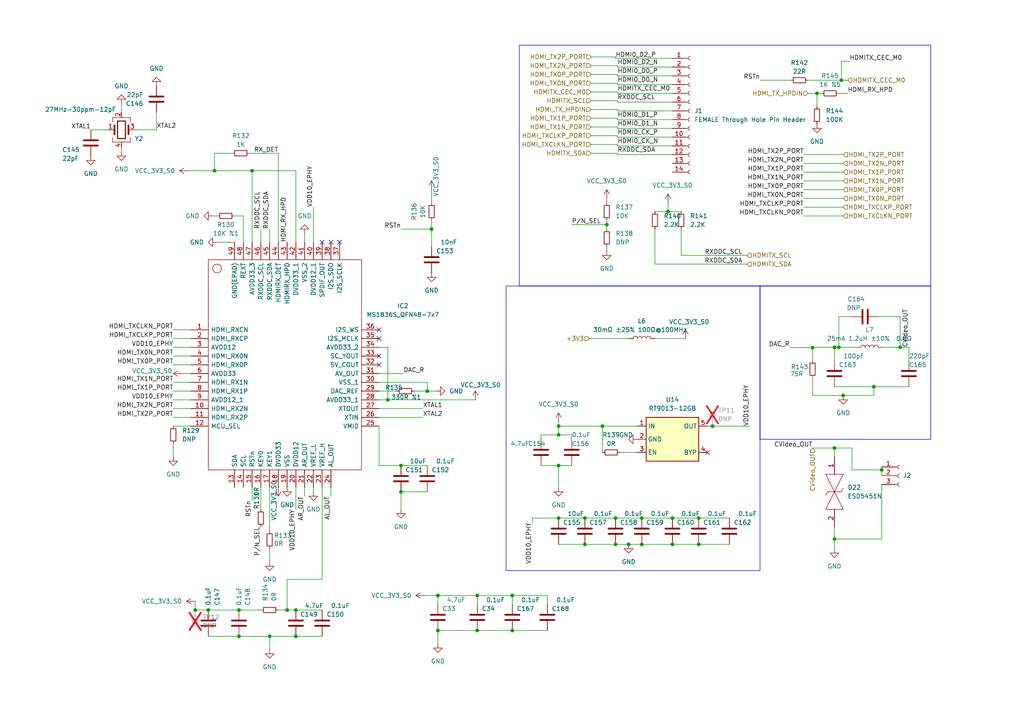
<source format=kicad_sch>
(kicad_sch (version 20231120) (generator "eeschema") (generator_version "8.0")
  (paper "A4")
  (junction (at 253.4574 112.1637))
  (junction (at 127 172.72))
  (junction (at 116.2974 142.6437))
  (junction (at 202.6574 157.8837))
  (junction (at 169.6374 150.2637))
  (junction (at 175.9874 65.1737))
  (junction (at 244.0487 23.2637))
  (junction (at 123.9174 113.4337))
  (junction (at 206.6461 123.5937))
  (junction (at 73.1174 49.53))
  (junction (at 261.0774 100.7337))
  (junction (at 195.0374 157.8837))
  (junction (at 148.59 172.72))
  (junction (at 235.6774 100.8488))
  (junction (at 186.1474 150.2637))
  (junction (at 125.1874 66.4437))
  (junction (at 178.5274 157.8837))
  (junction (at 202.6574 150.2637))
  (junction (at 138.43 172.72))
  (junction (at 148.59 182.88))
  (junction (at 60.4174 176.9337))
  (junction (at 138.43 182.88))
  (junction (at 178.5274 150.2637))
  (junction (at 242.0274 156.3403))
  (junction (at 255.7436 136.2937))
  (junction (at 186.1474 157.8837))
  (junction (at 83.2774 176.9337))
  (junction (at 127 182.88))
  (junction (at 162.0174 126.1337))
  (junction (at 85.8174 184.5537))
  (junction (at 169.6374 157.8837))
  (junction (at 69.3074 184.5537))
  (junction (at 162.0174 123.5937))
  (junction (at 244.5674 114.7037))
  (junction (at 242.0274 129.9437))
  (junction (at 243.2974 100.7337))
  (junction (at 78.1974 184.5537))
  (junction (at 112.4874 115.9737))
  (junction (at 236.9474 27.0737))
  (junction (at 162.0174 150.2637))
  (junction (at 56.6074 176.9337))
  (junction (at 242.0274 100.7337))
  (junction (at 62.23 49.53))
  (junction (at 193.7674 61.3637))
  (junction (at 162.0174 135.0237))
  (junction (at 174.7174 123.5937))
  (junction (at 85.8174 176.9337))
  (junction (at 116.2974 135.0237))
  (junction (at 69.3074 176.9337))
  (junction (at 182.3374 157.8837))
  (junction (at 195.0374 150.2637))
  (no_connect (at 109.9474 98.1937))
  (no_connect (at 98.5174 70.2537))
  (no_connect (at 205.1974 131.2137))
  (no_connect (at 109.9474 95.6537))
  (no_connect (at 109.9474 105.8137))
  (no_connect (at 109.9474 103.2737))
  (no_connect (at 95.9774 70.2537))
  (no_connect (at 93.4374 70.2537))
  (wire (pts (xy 169.6374 157.8837) (xy 178.5274 157.8837)))
  (wire (pts (xy 50.2574 118.5137) (xy 55.3374 118.5137)))
  (wire (pts (xy 195.0374 32.1537) (xy 179.07 32.1537)))
  (wire (pts (xy 138.43 182.88) (xy 127 182.88)))
  (wire (pts (xy 195.0374 29.6137) (xy 179.07 29.6137)))
  (wire (pts (xy 233.1374 57.5537) (xy 244.5674 57.5537)))
  (wire (pts (xy 148.59 172.72) (xy 138.43 172.72)))
  (wire (pts (xy 244.0487 23.2637) (xy 245.8374 23.2637)))
  (wire (pts (xy 169.6374 150.2637) (xy 178.5274 150.2637)))
  (wire (pts (xy 195.0374 42.3137) (xy 179.07 42.3137)))
  (wire (pts (xy 235.6774 114.7037) (xy 235.6774 109.6237)))
  (wire (pts (xy 122.6474 121.0537) (xy 109.9474 121.0537)))
  (wire (pts (xy 174.7174 123.5937) (xy 174.7174 131.2137)))
  (wire (pts (xy 158.75 175.26) (xy 158.75 172.72)))
  (wire (pts (xy 137.8874 115.9737) (xy 112.4874 115.9737)))
  (wire (pts (xy 61.6874 62.6337) (xy 62.9574 62.6337)))
  (wire (pts (xy 179.7974 131.2137) (xy 184.8774 131.2137)))
  (wire (pts (xy 175.9874 65.1737) (xy 175.9874 63.9037)))
  (wire (pts (xy 126.4574 113.4337) (xy 123.9174 113.4337)))
  (wire (pts (xy 120.1074 113.4337) (xy 123.9174 113.4337)))
  (wire (pts (xy 85.8174 176.9337) (xy 83.2774 176.9337)))
  (wire (pts (xy 156.9374 135.0237) (xy 162.0174 135.0237)))
  (wire (pts (xy 62.23 44.45) (xy 62.23 49.53)))
  (wire (pts (xy 39.045 37.6506) (xy 45.395 37.6506)))
  (wire (pts (xy 165.8274 65.1737) (xy 175.9874 65.1737)))
  (wire (pts (xy 179.07 21.9937) (xy 179.07 21.59)))
  (wire (pts (xy 75.6574 147.7237) (xy 75.6574 141.3737)))
  (wire (pts (xy 179.07 37.2337) (xy 179.07 36.83)))
  (wire (pts (xy 209.55 123.5971) (xy 209.55 123.5937)))
  (wire (pts (xy 148.59 182.88) (xy 138.43 182.88)))
  (wire (pts (xy 263.6174 100.7337) (xy 263.6174 104.5437)))
  (wire (pts (xy 109.9474 100.7337) (xy 112.4874 100.7337)))
  (wire (pts (xy 60.4174 176.9337) (xy 56.6074 176.9337)))
  (wire (pts (xy 88.3574 67.7137) (xy 88.3574 70.2537)))
  (wire (pts (xy 235.6774 129.9437) (xy 242.0274 129.9437)))
  (wire (pts (xy 50.2574 113.4337) (xy 55.3374 113.4337)))
  (wire (pts (xy 235.6774 104.5437) (xy 235.6774 100.8488)))
  (wire (pts (xy 195.0374 19.4537) (xy 179.07 19.4537)))
  (wire (pts (xy 83.2774 176.9337) (xy 80.7374 176.9337)))
  (wire (pts (xy 255.7436 136.2937) (xy 255.7436 137.9873)))
  (wire (pts (xy 193.7674 61.3637) (xy 197.5774 61.3637)))
  (wire (pts (xy 243.2974 91.8437) (xy 243.2974 100.7337)))
  (wire (pts (xy 195.0374 24.5337) (xy 179.07 24.5337)))
  (wire (pts (xy 202.6574 150.2637) (xy 211.5474 150.2637)))
  (wire (pts (xy 116.2974 142.6437) (xy 123.9174 142.6437)))
  (wire (pts (xy 69.3074 184.5537) (xy 78.1974 184.5537)))
  (wire (pts (xy 69.3074 176.9337) (xy 60.4174 176.9337)))
  (wire (pts (xy 244.5674 114.7037) (xy 253.4574 114.7037)))
  (wire (pts (xy 116.2974 147.7237) (xy 116.2974 142.6437)))
  (wire (pts (xy 156.9374 126.1337) (xy 162.0174 126.1337)))
  (wire (pts (xy 112.4874 115.9737) (xy 109.9474 115.9737)))
  (wire (pts (xy 138.43 172.72) (xy 127 172.72)))
  (wire (pts (xy 50.2574 95.6537) (xy 55.3374 95.6537)))
  (wire (pts (xy 70.5774 62.6337) (xy 68.0374 62.6337)))
  (wire (pts (xy 233.1374 49.9337) (xy 244.5674 49.9337)))
  (wire (pts (xy 247.1074 136.2937) (xy 247.1074 129.9437)))
  (wire (pts (xy 62.23 49.53) (xy 73.1174 49.53)))
  (wire (pts (xy 162.0174 126.1337) (xy 165.8274 126.1337)))
  (wire (pts (xy 193.7674 58.8237) (xy 193.7674 61.3637)))
  (wire (pts (xy 138.43 175.26) (xy 138.43 172.72)))
  (wire (pts (xy 233.1374 62.6337) (xy 244.5674 62.6337)))
  (wire (pts (xy 246.38 17.78) (xy 244.0487 17.78)))
  (wire (pts (xy 171.45 21.59) (xy 179.07 21.59)))
  (wire (pts (xy 50.2574 123.5937) (xy 55.3374 123.5937)))
  (wire (pts (xy 179.07 19.4537) (xy 179.07 19.05)))
  (wire (pts (xy 50.2574 100.7337) (xy 55.3374 100.7337)))
  (wire (pts (xy 165.8274 126.1337) (xy 165.8274 127.4037)))
  (wire (pts (xy 50.2574 121.0537) (xy 55.3374 121.0537)))
  (wire (pts (xy 45.395 32.5706) (xy 45.395 37.6506)))
  (wire (pts (xy 255.7436 140.5273) (xy 255.7436 156.3403)))
  (wire (pts (xy 123.9174 110.8937) (xy 123.9174 113.4337)))
  (wire (pts (xy 125.1874 71.5237) (xy 125.1874 66.4437)))
  (wire (pts (xy 255.9974 100.7337) (xy 261.0774 100.7337)))
  (wire (pts (xy 186.1474 150.2637) (xy 195.0374 150.2637)))
  (wire (pts (xy 85.8174 184.5537) (xy 93.4374 184.5537)))
  (wire (pts (xy 50.2574 115.9737) (xy 55.3374 115.9737)))
  (wire (pts (xy 195.0374 39.7737) (xy 179.07 39.7737)))
  (wire (pts (xy 75.6574 66.4437) (xy 75.6574 70.2537)))
  (wire (pts (xy 174.7174 123.5937) (xy 184.8774 123.5937)))
  (wire (pts (xy 243.2974 100.7337) (xy 242.0274 100.7337)))
  (wire (pts (xy 195.0374 21.9937) (xy 179.07 21.9937)))
  (wire (pts (xy 179.07 27.0737) (xy 179.07 26.67)))
  (wire (pts (xy 78.1974 66.4437) (xy 78.1974 70.2537)))
  (wire (pts (xy 112.4874 100.7337) (xy 112.4874 115.9737)))
  (wire (pts (xy 162.0174 157.8837) (xy 169.6374 157.8837)))
  (wire (pts (xy 261.0774 91.8437) (xy 254.7274 91.8437)))
  (wire (pts (xy 242.0274 152.8037) (xy 242.0274 156.3403)))
  (wire (pts (xy 35.235 30.0306) (xy 35.235 32.5706)))
  (wire (pts (xy 78.1974 159.1537) (xy 78.1974 162.9637)))
  (wire (pts (xy 171.45 19.05) (xy 179.07 19.05)))
  (wire (pts (xy 178.5274 157.8837) (xy 182.3374 157.8837)))
  (wire (pts (xy 122.6474 118.5137) (xy 109.9474 118.5137)))
  (wire (pts (xy 90.8974 60.0937) (xy 90.8974 70.2537)))
  (wire (pts (xy 255.7436 135.4473) (xy 255.7436 136.2937)))
  (wire (pts (xy 62.23 44.45) (xy 67.31 44.45)))
  (wire (pts (xy 195.0374 150.2637) (xy 202.6574 150.2637)))
  (wire (pts (xy 236.9474 27.0737) (xy 238.2174 27.0737)))
  (wire (pts (xy 154.3974 151.5337) (xy 154.3974 150.2637)))
  (wire (pts (xy 162.0174 122.3237) (xy 162.0174 123.5937)))
  (wire (pts (xy 253.4574 112.1637) (xy 253.4574 114.7037)))
  (wire (pts (xy 156.9374 127.4037) (xy 156.9374 126.1337)))
  (wire (pts (xy 78.1974 154.0737) (xy 78.1974 141.3737)))
  (wire (pts (xy 78.1974 184.5537) (xy 85.8174 184.5537)))
  (wire (pts (xy 115.0274 113.4337) (xy 109.9474 113.4337)))
  (wire (pts (xy 88.3574 143.9137) (xy 88.3574 141.3737)))
  (wire (pts (xy 171.45 16.51) (xy 178.5274 16.51)))
  (wire (pts (xy 162.0174 123.5937) (xy 174.7174 123.5937)))
  (wire (pts (xy 72.39 44.45) (xy 80.7374 44.45)))
  (wire (pts (xy 62.23 49.53) (xy 54.61 49.53)))
  (wire (pts (xy 123.19 172.72) (xy 127 172.72)))
  (wire (pts (xy 233.1374 52.4737) (xy 244.5674 52.4737)))
  (wire (pts (xy 247.1074 136.2937) (xy 255.7436 136.2937)))
  (wire (pts (xy 261.0774 100.7337) (xy 263.6174 100.7337)))
  (wire (pts (xy 50.2574 98.1937) (xy 55.3374 98.1937)))
  (wire (pts (xy 234.4074 27.0737) (xy 236.9474 27.0737)))
  (wire (pts (xy 171.45 26.67) (xy 179.07 26.67)))
  (wire (pts (xy 93.4374 141.3737) (xy 93.4374 168.0437)))
  (wire (pts (xy 209.55 123.5937) (xy 206.6461 123.5937)))
  (wire (pts (xy 202.6574 157.8837) (xy 211.5474 157.8837)))
  (wire (pts (xy 242.0274 156.3403) (xy 242.0274 159.1537)))
  (wire (pts (xy 189.9574 61.3637) (xy 193.7674 61.3637)))
  (wire (pts (xy 93.4374 168.0437) (xy 83.2774 168.0437)))
  (wire (pts (xy 117.0066 108.3625) (xy 115.824 108.3625)))
  (wire (pts (xy 127 172.72) (xy 127 175.26)))
  (wire (pts (xy 242.0274 112.1637) (xy 253.4574 112.1637)))
  (wire (pts (xy 179.07 44.8537) (xy 179.07 44.45)))
  (wire (pts (xy 123.9174 135.0237) (xy 116.2974 135.0237)))
  (wire (pts (xy 248.3774 100.7337) (xy 243.2974 100.7337)))
  (wire (pts (xy 70.5774 62.6337) (xy 70.5774 70.2537)))
  (wire (pts (xy 242.0274 129.9437) (xy 242.0274 132.4837)))
  (wire (pts (xy 171.45 36.83) (xy 179.07 36.83)))
  (wire (pts (xy 178.5274 150.2637) (xy 186.1474 150.2637)))
  (wire (pts (xy 50.2574 103.2737) (xy 55.3374 103.2737)))
  (wire (pts (xy 83.2774 168.0437) (xy 83.2774 176.9337)))
  (wire (pts (xy 179.07 34.6937) (xy 179.07 34.29)))
  (wire (pts (xy 50.2574 132.4837) (xy 50.2574 128.6737)))
  (wire (pts (xy 171.45 31.75) (xy 179.07 31.75)))
  (wire (pts (xy 189.9574 76.6037) (xy 216.6274 76.6037)))
  (wire (pts (xy 170.9074 98.1937) (xy 182.3374 98.1937)))
  (wire (pts (xy 85.8174 49.53) (xy 85.8174 70.2537)))
  (wire (pts (xy 171.45 44.45) (xy 179.07 44.45)))
  (wire (pts (xy 195.0374 157.8837) (xy 202.6574 157.8837)))
  (wire (pts (xy 247.1074 129.9437) (xy 242.0274 129.9437)))
  (wire (pts (xy 236.9474 30.8837) (xy 236.9474 27.0737)))
  (wire (pts (xy 95.9774 143.9137) (xy 95.9774 141.3737)))
  (wire (pts (xy 175.9874 72.7937) (xy 175.9874 71.5237)))
  (wire (pts (xy 62.9574 70.2537) (xy 68.0374 70.2537)))
  (wire (pts (xy 179.07 42.3137) (xy 179.07 41.91)))
  (wire (pts (xy 195.0374 34.6937) (xy 179.07 34.6937)))
  (wire (pts (xy 234.4074 23.2637) (xy 244.0487 23.2637)))
  (wire (pts (xy 73.1174 49.53) (xy 73.1174 70.2537)))
  (wire (pts (xy 148.59 175.26) (xy 148.59 172.72)))
  (wire (pts (xy 171.45 34.29) (xy 179.07 34.29)))
  (wire (pts (xy 26.345 37.6506) (xy 31.425 37.6506)))
  (wire (pts (xy 115.824 108.3625) (xy 115.824 108.3537)))
  (wire (pts (xy 115.824 108.3537) (xy 109.9474 108.3537)))
  (wire (pts (xy 197.5774 74.0637) (xy 216.6274 74.0637)))
  (wire (pts (xy 189.9574 66.4437) (xy 189.9574 76.6037)))
  (wire (pts (xy 235.6774 100.7337) (xy 242.0274 100.7337)))
  (wire (pts (xy 35.235 44.0006) (xy 35.235 42.7306)))
  (wire (pts (xy 261.0774 91.8437) (xy 261.0774 100.7337)))
  (wire (pts (xy 158.75 172.72) (xy 148.59 172.72)))
  (wire (pts (xy 75.6574 176.9337) (xy 69.3074 176.9337)))
  (wire (pts (xy 233.1374 47.3937) (xy 244.5674 47.3937)))
  (wire (pts (xy 56.6074 176.9337) (xy 56.6074 174.3937)))
  (wire (pts (xy 243.2974 91.8437) (xy 247.1074 91.8437)))
  (wire (pts (xy 233.1374 55.0137) (xy 244.5674 55.0137)))
  (wire (pts (xy 233.1374 60.0937) (xy 244.5674 60.0937)))
  (wire (pts (xy 125.1874 66.4437) (xy 125.1874 63.9037)))
  (wire (pts (xy 206.6461 123.5937) (xy 205.1974 123.5937)))
  (wire (pts (xy 195.0374 37.2337) (xy 179.07 37.2337)))
  (wire (pts (xy 171.45 29.21) (xy 179.07 29.21)))
  (wire (pts (xy 109.9474 110.8937) (xy 123.9174 110.8937)))
  (wire (pts (xy 242.0274 156.3403) (xy 255.7436 156.3403)))
  (wire (pts (xy 197.5774 66.4437) (xy 197.5774 74.0637)))
  (wire (pts (xy 235.6774 100.8488) (xy 235.6774 100.7337)))
  (wire (pts (xy 175.9874 58.8237) (xy 175.9874 57.5537)))
  (wire (pts (xy 195.0374 27.0737) (xy 179.07 27.0737)))
  (wire (pts (xy 90.8974 142.6437) (xy 90.8974 141.3737)))
  (wire (pts (xy 179.07 29.6137) (xy 179.07 29.21)))
  (wire (pts (xy 178.5274 16.9137) (xy 195.0374 16.9137)))
  (wire (pts (xy 116.2974 66.4437) (xy 125.1874 66.4437)))
  (wire (pts (xy 80.7374 44.45) (xy 80.7374 70.2537)))
  (wire (pts (xy 60.4174 184.5537) (xy 69.3074 184.5537)))
  (wire (pts (xy 179.07 39.7737) (xy 179.07 39.37)))
  (wire (pts (xy 78.1974 188.3637) (xy 78.1974 184.5537)))
  (wire (pts (xy 162.0174 135.0237) (xy 165.8274 135.0237)))
  (wire (pts (xy 171.45 39.37) (xy 179.07 39.37)))
  (wire (pts (xy 116.2974 135.0237) (xy 109.9474 135.0237)))
  (wire (pts (xy 109.9474 135.0237) (xy 109.9474 123.5937)))
  (wire (pts (xy 73.1174 49.53) (xy 85.8174 49.53)))
  (wire (pts (xy 195.0374 44.8537) (xy 179.07 44.8537)))
  (wire (pts (xy 182.3374 157.8837) (xy 186.1474 157.8837)))
  (wire (pts (xy 93.4374 176.9337) (xy 85.8174 176.9337)))
  (wire (pts (xy 189.9574 98.1937) (xy 198.8474 98.1937)))
  (wire (pts (xy 242.0274 100.7337) (xy 242.0274 104.5437)))
  (wire (pts (xy 50.2574 105.8137) (xy 55.3374 105.8137)))
  (wire (pts (xy 158.75 182.88) (xy 148.59 182.88)))
  (wire (pts (xy 162.0174 123.5937) (xy 162.0174 126.1337)))
  (wire (pts (xy 178.5274 16.51) (xy 178.5274 16.9137)))
  (wire (pts (xy 243.2974 27.0737) (xy 245.8374 27.0737)))
  (wire (pts (xy 73.1174 145.1837) (xy 73.1174 141.3737)))
  (wire (pts (xy 186.1474 157.8837) (xy 195.0374 157.8837)))
  (wire (pts (xy 233.1374 44.8537) (xy 244.5674 44.8537)))
  (wire (pts (xy 50.2574 110.8937) (xy 55.3374 110.8937)))
  (wire (pts (xy 175.9874 66.4437) (xy 175.9874 65.1737)))
  (wire (pts (xy 125.1874 58.8237) (xy 125.1874 55.0137)))
  (wire (pts (xy 52.7974 108.3537) (xy 55.3374 108.3537)))
  (wire (pts (xy 162.0174 135.0237) (xy 162.0174 141.3737)))
  (wire (pts (xy 171.45 41.91) (xy 179.07 41.91)))
  (wire (pts (xy 179.07 32.1537) (xy 179.07 31.75)))
  (wire (pts (xy 85.8174 147.7237) (xy 85.8174 141.3737)))
  (wire (pts (xy 253.4574 112.1637) (xy 263.6174 112.1637)))
  (wire (pts (xy 244.0487 17.78) (xy 244.0487 23.2637)))
  (wire (pts (xy 235.6774 114.7037) (xy 244.5674 114.7037)))
  (wire (pts (xy 220.4374 23.2637) (xy 229.3274 23.2637)))
  (wire (pts (xy 127 182.88) (xy 127 186.69)))
  (wire (pts (xy 171.45 24.13) (xy 179.07 24.13)))
  (wire (pts (xy 179.07 24.5337) (xy 179.07 24.13)))
  (wire (pts (xy 235.6774 100.8488) (xy 229.0122 100.8488)))
  (wire (pts (xy 217.4517 123.5971) (xy 209.55 123.5971)))
  (wire (pts (xy 162.0174 150.2637) (xy 169.6374 150.2637)))
  (wire (pts (xy 154.3974 150.2637) (xy 162.0174 150.2637)))
  (rectangle (start 146.7774 82.9537) (end 220.4374 165.5037))
  (rectangle (start 220.4374 82.9537) (end 269.9674 127.4037))
  (rectangle (start 150.622 13.1037) (end 269.9674 82.9537))
  (label "CVideo_OUT" (at 263.6174 100.7337 90))
  (label "HDMI0_CK_N" (at 179.07 41.91 0))
  (label "P{slash}N_SEL" (at 75.6574 152.8037 270))
  (label "XTAL1" (at 26.345 37.6506 180))
  (label "HDMI_TXCLKP_PORT" (at 233.1374 60.0937 180))
  (label "HDMI0_D1_P" (at 179.07 34.29 0))
  (label "HDMI_TXCLKP_PORT" (at 50.2574 98.1937 180))
  (label "HDMITX_CEC_M0" (at 179.07 26.67 0))
  (label "HDMI_TX1P_PORT" (at 50.2574 113.4337 180))
  (label "RSTn" (at 73.1174 145.1837 270))
  (label "HDMI0_D1_N" (at 179.07 36.83 0))
  (label "DAC_R" (at 117.0066 108.3625 0))
  (label "P{slash}N_SEL" (at 165.8274 65.1737 0))
  (label "RXDDC_SDA" (at 179.07 44.45 0))
  (label "RXDDC_SCL" (at 215.3574 74.0637 180))
  (label "HDMI_TX1P_PORT" (at 233.1374 49.9337 180))
  (label "HDMI0_D2_P" (at 178.5274 16.9137 0))
  (label "VDD10_EPHY" (at 85.8174 147.7237 270))
  (label "AL_OUT" (at 95.9774 143.9137 270))
  (label "RSTn" (at 220.4374 23.2637 180))
  (label "HDMI_TX0P_PORT" (at 50.2574 105.8137 180))
  (label "HDMITX_CEC_M0" (at 246.38 17.78 0))
  (label "HDMI0_D2_N" (at 179.07 19.05 0))
  (label "VDD10_EPHY" (at 50.2574 115.9737 180))
  (label "HDMI_TX2N_PORT" (at 233.1374 47.3937 180))
  (label "HDMI0_D0_N" (at 179.07 24.13 0))
  (label "VDD10_EPHY" (at 217.4517 123.5971 90))
  (label "CVideo_OUT" (at 235.6774 129.9437 180))
  (label "HDMI_TX1N_PORT" (at 50.2574 110.8937 180))
  (label "HDMI_TX1N_PORT" (at 233.1374 52.4737 180))
  (label "HDMI_TX0N_PORT" (at 50.2574 103.2737 180))
  (label "HDMI_TX0N_PORT" (at 233.1374 57.5537 180))
  (label "VDD10_EPHY" (at 154.3974 151.5337 270))
  (label "HDMI0_CK_P" (at 179.07 39.37 0))
  (label "HDMI_TX2N_PORT" (at 50.2574 118.5137 180))
  (label "RXDDC_SDA" (at 215.3574 76.6037 180))
  (label "HDMI_TXCLKN_PORT" (at 50.2574 95.6537 180))
  (label "RSTn" (at 116.2974 66.4437 180))
  (label "RXDDC_SDA" (at 78.1974 66.4437 90))
  (label "VDD10_EPHY" (at 90.8974 60.0937 90))
  (label "XTAL2" (at 122.6474 121.0537 0))
  (label "XTAL1" (at 122.6474 118.5137 0))
  (label "HDMI0_D0_P" (at 179.07 21.59 0))
  (label "XTAL2" (at 45.395 37.4969 0))
  (label "HDMI_RX_HPD" (at 245.8374 27.0737 0))
  (label "DAC_R" (at 229.0122 100.8488 180))
  (label "RX_DET" (at 73.66 44.45 0))
  (label "HDMI_RX_HPD" (at 83.2774 70.2537 90))
  (label "HDMI_TX2P_PORT" (at 50.2574 121.0537 180))
  (label "AR_OUT" (at 88.3574 143.9137 270))
  (label "HDMI_TX2P_PORT" (at 233.1374 44.8537 180))
  (label "HDMI_TXCLKN_PORT" (at 233.1374 62.6337 180))
  (label "RXDDC_SCL" (at 179.07 29.21 0))
  (label "VDD10_EPHY" (at 50.2574 100.7337 180))
  (label "HDMI_TX0P_PORT" (at 233.1374 55.0137 180))
  (label "RXDDC_SCL" (at 75.6574 66.4437 90))
  (hierarchical_label "HDMI_TX2N_PORT" (shape input) (at 171.45 19.05 180))
  (hierarchical_label "HDMI_TX1N_PORT" (shape input) (at 171.45 36.83 180))
  (hierarchical_label "HDMI_TX0P_PORT" (shape input) (at 244.5674 55.0137 0))
  (hierarchical_label "HDMITX_CEC_M0" (shape input) (at 245.8374 23.2637 0))
  (hierarchical_label "HDMI_TX1P_PORT" (shape input) (at 244.5674 49.9337 0))
  (hierarchical_label "HDMI_TX1P_PORT" (shape input) (at 171.45 34.29 180))
  (hierarchical_label "+3V3" (shape input) (at 170.9074 98.1937 180))
  (hierarchical_label "HDMITX_CEC_M0" (shape input) (at 171.45 26.67 180))
  (hierarchical_label "HDMI_TX0P_PORT" (shape input) (at 171.45 21.59 180))
  (hierarchical_label "HDMITX_SCL" (shape input) (at 171.45 29.21 180))
  (hierarchical_label "HDMI_TXCLKN_PORT" (shape input) (at 171.45 41.91 180))
  (hierarchical_label "HDMITX_SDA" (shape input) (at 171.45 44.45 180))
  (hierarchical_label "HDMI_TXCLKN_PORT" (shape input) (at 244.5674 62.6337 0))
  (hierarchical_label "HDMITX_SDA" (shape input) (at 216.6274 76.6037 0))
  (hierarchical_label "HDMI_TX2P_PORT" (shape input) (at 244.5674 44.8537 0))
  (hierarchical_label "HDMI_TXCLKP_PORT" (shape input) (at 171.45 39.37 180))
  (hierarchical_label "HDMI_TX0N_PORT" (shape input) (at 171.45 24.13 180))
  (hierarchical_label "HDMI_TX_HPDIN" (shape input) (at 234.4074 27.0737 180))
  (hierarchical_label "HDMI_TX1N_PORT" (shape input) (at 244.5674 52.4737 0))
  (hierarchical_label "HDMI_TX0N_PORT" (shape input) (at 244.5674 57.5537 0))
  (hierarchical_label "HDMITX_SCL" (shape input) (at 216.6274 74.0637 0))
  (hierarchical_label "HDMI_TX_HPDIN" (shape input) (at 171.45 31.75 180))
  (hierarchical_label "HDMI_TXCLKP_PORT" (shape input) (at 244.5674 60.0937 0))
  (hierarchical_label "HDMI_TX2P_PORT" (shape input) (at 171.45 16.51 180))
  (hierarchical_label "HDMI_TX2N_PORT" (shape input) (at 244.5674 47.3937 0))
  (hierarchical_label "CVideo_OUT" (shape input) (at 235.6774 129.9437 270))
  (symbol (lib_id "power:GND") (at 236.9474 35.9637 0) (unit 1)
    (property "Reference" "#PWR0188" (effects (hide yes)))
    (property "Value" "GND" (at 236.9474 41.0437 0))
    (property "Description" "Power symbol creates a global label with name \"GND\" , ground" (effects (hide yes)))
    (instances (project "MXVR_3566" (path "" (reference "#PWR0188") (unit 1))) (project "HDMI_CVBS" (path "" (reference "#PWR087") (unit 1))) (project "HDMI_CVBS" (path "" (reference "#PWR08") (unit 1))))
  )
  (symbol (lib_id "Device:R_Small") (at 236.9474 33.4237 0) (unit 1)
    (property "Reference" "R144" (at 239.4874 32.1537 0) (effects (justify left)))
    (property "Value" "100K" (at 239.4874 34.6937 0) (effects (justify left)))
    (property "Footprint" "Resistor_SMD:R_0603_1608Metric" (effects (hide yes)))
    (property "Description" "Resistor, small symbol" (effects (hide yes)))
    (instances (project "MXVR_3566" (path "" (reference "R144") (unit 1))) (project "HDMI_CVBS" (path "" (reference "R50") (unit 1))) (project "HDMI_CVBS" (path "" (reference "R7") (unit 1))))
  )
  (symbol (lib_id "Device:R_Small") (at 240.7574 27.0737 270) (unit 1)
    (property "Reference" "R145" (at 240.7574 21.9937 90))
    (property "Value" "1K %5" (at 240.7574 24.5337 90))
    (property "Footprint" "Resistor_SMD:R_0603_1608Metric" (effects (hide yes)))
    (property "Description" "Resistor, small symbol" (effects (hide yes)))
    (instances (project "MXVR_3566" (path "" (reference "R145") (unit 1))) (project "HDMI_CVBS" (path "" (reference "R51") (unit 1))) (project "HDMI_CVBS" (path "" (reference "R6") (unit 1))))
  )
  (symbol (lib_id "Device:C") (at 165.8274 131.2137 0) (unit 1)
    (property "Reference" "C156" (at 165.8274 128.6737 0) (effects (justify left)))
    (property "Value" "0.1uF" (at 165.8274 126.1337 0) (effects (justify left)))
    (property "Footprint" "Capacitor_SMD:C_0603_1608Metric" (effects (hide yes)))
    (property "Description" "Unpolarized capacitor" (effects (hide yes)))
    (instances (project "MXVR_3566" (path "" (reference "C156") (unit 1))) (project "HDMI_CVBS" (path "" (reference "C73") (unit 1))) (project "HDMI_CVBS" (path "" (reference "C4") (unit 1))))
  )
  (symbol (lib_id "power:GND") (at 244.5674 114.7037 0) (unit 1)
    (property "Reference" "#PWR0190" (effects (hide yes)))
    (property "Value" "GND" (at 244.5674 119.7837 0))
    (property "Description" "Power symbol creates a global label with name \"GND\" , ground" (effects (hide yes)))
    (instances (project "MXVR_3566" (path "" (reference "#PWR0190") (unit 1))) (project "HDMI_CVBS" (path "" (reference "#PWR089") (unit 1))) (project "HDMI_CVBS" (path "" (reference "#PWR015") (unit 1))))
  )
  (symbol (lib_id "Device:C") (at 156.9374 131.2137 0) (unit 1)
    (property "Reference" "C154" (at 153.1274 128.6737 0) (effects (justify left)))
    (property "Value" "4.7uF" (at 148.0474 128.6737 0) (effects (justify left)))
    (property "Footprint" "Capacitor_SMD:C_0603_1608Metric" (effects (hide yes)))
    (property "Description" "Unpolarized capacitor" (effects (hide yes)))
    (instances (project "MXVR_3566" (path "" (reference "C154") (unit 1))) (project "HDMI_CVBS" (path "" (reference "C71") (unit 1))) (project "HDMI_CVBS" (path "" (reference "C3") (unit 1))))
  )
  (symbol (lib_id "power:GND") (at 126.4574 113.4337 90) (unit 1)
    (property "Reference" "#PWR0166" (effects (hide yes)))
    (property "Value" "GND" (at 130.2674 113.4337 90) (effects (justify right)))
    (property "Description" "Power symbol creates a global label with name \"GND\" , ground" (effects (hide yes)))
    (instances (project "MXVR_3566" (path "" (reference "#PWR0166") (unit 1))) (project "HDMI_CVBS" (path "" (reference "#PWR075") (unit 1))) (project "HDMI_CVBS" (path "" (reference "#PWR027") (unit 1))))
  )
  (symbol (lib_id "power:GND") (at 61.6874 62.6337 270) (unit 1)
    (property "Reference" "#PWR0150" (effects (hide yes)))
    (property "Value" "GND" (at 57.8774 62.6337 90) (effects (justify right)))
    (property "Description" "Power symbol creates a global label with name \"GND\" , ground" (effects (hide yes)))
    (instances (project "MXVR_3566" (path "" (reference "#PWR0150") (unit 1))) (project "HDMI_CVBS" (path "" (reference "#PWR064") (unit 1))) (project "HDMI_CVBS" (path "" (reference "#PWR032") (unit 1))))
  )
  (symbol (lib_id "Connector:Conn_01x03_Socket") (at 260.8236 137.9873 0) (unit 1)
    (property "Reference" "J2" (at 261.874 137.922 0) (effects (justify left)))
    (property "Value" "Phono RCA Jack Mono Connector Solder (Boktech advise)" (effects (hide yes)))
    (property "Footprint" "AV_CONNECTOR:AV_CON" (effects (hide yes)))
    (property "Description" "Generic connector, single row, 01x03, script generated" (effects (hide yes)))
    (property "MPN" "Phono RCA Jack Mono Connector Solder (Boktech advise)" (effects (hide yes)))
  )
  (symbol (lib_id "power:GND") (at 35.235 30.0306 180) (unit 1)
    (property "Reference" "#PWR07" (effects (hide yes)))
    (property "Value" "GND" (at 35.235 24.9506 0))
    (property "Description" "Power symbol creates a global label with name \"GND\" , ground" (effects (hide yes)))
    (instances (project "MXVR_3566" (path "" (reference "#PWR07") (unit 1))) (project "HDMI_CVBS" (path "" (reference "#PWR058") (unit 1))) (project "HDMI_CVBS" (path "" (reference "#PWR02") (unit 1))))
  )
  (symbol (lib_id "Device:R_Small") (at 69.85 44.45 90) (unit 1)
    (property "Reference" "R132" (at 69.85 39.37 90))
    (property "Value" "1K" (at 69.85 41.91 90))
    (property "Footprint" "Resistor_SMD:R_0603_1608Metric" (effects (hide yes)))
    (property "Description" "Resistor, small symbol" (effects (hide yes)))
    (instances (project "MXVR_3566" (path "" (reference "R132") (unit 1))) (project "HDMI_CVBS" (path "" (reference "R38") (unit 1))) (project "HDMI_CVBS" (path "" (reference "R17") (unit 1))))
  )
  (symbol (lib_id "power:GND") (at 125.1874 79.1437 0) (unit 1)
    (property "Reference" "#PWR0165" (effects (hide yes)))
    (property "Value" "GND" (at 125.1874 84.2237 0))
    (property "Description" "Power symbol creates a global label with name \"GND\" , ground" (effects (hide yes)))
    (instances (project "MXVR_3566" (path "" (reference "#PWR0165") (unit 1))) (project "HDMI_CVBS" (path "" (reference "#PWR077") (unit 1))) (project "HDMI_CVBS" (path "" (reference "#PWR029") (unit 1))))
  )
  (symbol (lib_id "Device:R_Small") (at 197.5774 63.9037 180) (unit 1)
    (property "Reference" "R141" (at 200.1174 62.6337 0) (effects (justify right)))
    (property "Value" "2.2K" (at 200.1174 65.1737 0) (effects (justify right)))
    (property "Footprint" "Resistor_SMD:R_0603_1608Metric" (effects (hide yes)))
    (property "Description" "Resistor, small symbol" (effects (hide yes)))
    (instances (project "MXVR_3566" (path "" (reference "R141") (unit 1))) (project "HDMI_CVBS" (path "" (reference "R47") (unit 1))) (project "HDMI_CVBS" (path "" (reference "R1") (unit 1))))
  )
  (symbol (lib_id "Device:R_Small") (at 50.2574 126.1337 180) (unit 1)
    (property "Reference" "R129" (at 52.7974 124.8637 0) (effects (justify right)))
    (property "Value" "DNP" (at 52.7974 127.4037 0) (effects (justify right)))
    (property "Footprint" "Resistor_SMD:R_0402_1005Metric" (effects (hide yes)))
    (property "Description" "Resistor, small symbol" (effects (hide yes)))
    (instances (project "MXVR_3566" (path "" (reference "R129") (unit 1))) (project "HDMI_CVBS" (path "" (reference "R35") (unit 1))) (project "HDMI_CVBS" (path "" (reference "R10") (unit 1))))
  )
  (symbol (lib_id "power:VCC") (at 54.61 49.53 90) (unit 1)
    (property "Reference" "#PWR0154" (effects (hide yes)))
    (property "Value" "VCC_3V3_S0" (at 50.8 49.53 90) (effects (justify left)))
    (property "Description" "Power symbol creates a global label with name \"VCC\"" (effects (hide yes)))
    (instances (project "MXVR_3566" (path "" (reference "#PWR0154") (unit 1))) (project "HDMI_CVBS" (path "" (reference "#PWR066") (unit 1))) (project "HDMI_CVBS" (path "" (reference "#PWR031") (unit 1))))
  )
  (symbol (lib_id "power:VCC") (at 162.0174 122.3237 0) (unit 1)
    (property "Reference" "#PWR0170" (effects (hide yes)))
    (property "Value" "VCC_3V3_S0" (at 162.0174 117.2437 0))
    (property "Description" "Power symbol creates a global label with name \"VCC\"" (effects (hide yes)))
    (instances (project "MXVR_3566" (path "" (reference "#PWR0170") (unit 1))) (project "HDMI_CVBS" (path "" (reference "#PWR078") (unit 1))) (project "HDMI_CVBS" (path "" (reference "#PWR011") (unit 1))))
  )
  (symbol (lib_id "power:VCC") (at 80.7374 141.3737 180) (unit 1)
    (property "Reference" "#PWR0157" (effects (hide yes)))
    (property "Value" "VCC_3V3_S0" (at 79.4674 145.1837 90))
    (property "Description" "Power symbol creates a global label with name \"VCC\"" (effects (hide yes)))
    (instances (project "MXVR_3566" (path "" (reference "#PWR0157") (unit 1))) (project "HDMI_CVBS" (path "" (reference "#PWR069") (unit 1))) (project "HDMI_CVBS" (path "" (reference "#PWR020") (unit 1))))
  )
  (symbol (lib_id "power:VCC") (at 198.8474 98.1937 0) (unit 1)
    (property "Reference" "#PWR0187" (effects (hide yes)))
    (property "Value" "VCC_3V3_S0" (at 194.0214 93.3677 0) (effects (justify left)))
    (property "Description" "Power symbol creates a global label with name \"VCC\"" (effects (hide yes)))
    (instances (project "MXVR_3566" (path "" (reference "#PWR0187") (unit 1))) (project "HDMI_CVBS" (path "" (reference "#PWR085") (unit 1))) (project "HDMI_CVBS" (path "" (reference "#PWR09") (unit 1))))
  )
  (symbol (lib_id "Device:C") (at 26.345 41.4606 0) (unit 1)
    (property "Reference" "C145" (at 18.034 43.434 0) (effects (justify left)))
    (property "Value" "22pF" (at 18.034 45.974 0) (effects (justify left)))
    (property "Footprint" "Capacitor_SMD:C_0603_1608Metric" (effects (hide yes)))
    (property "Description" "Unpolarized capacitor" (effects (hide yes)))
    (instances (project "MXVR_3566" (path "" (reference "C145") (unit 1))) (project "HDMI_CVBS" (path "" (reference "C62") (unit 1))) (project "HDMI_CVBS" (path "" (reference "C1") (unit 1))))
  )
  (symbol (lib_id "Device:C") (at 178.5274 154.0737 0) (unit 1)
    (property "Reference" "C158" (at 179.7974 151.5337 0) (effects (justify left)))
    (property "Value" "0.1uF" (at 181.0674 148.9937 0) (effects (justify left)))
    (property "Footprint" "Capacitor_SMD:C_0603_1608Metric" (effects (hide yes)))
    (property "Description" "Unpolarized capacitor" (effects (hide yes)))
    (instances (project "MXVR_3566" (path "" (reference "C158") (unit 1))) (project "HDMI_CVBS" (path "" (reference "C75") (unit 1))) (project "HDMI_CVBS" (path "" (reference "C7") (unit 1))))
  )
  (symbol (lib_id "Device:C") (at 127 179.07 0) (unit 1)
    (property "Reference" "C33" (at 128.27 176.53 0) (effects (justify left)))
    (property "Value" "4.7uF" (at 129.54 173.99 0) (effects (justify left)))
    (property "Footprint" "Capacitor_SMD:C_0603_1608Metric" (effects (hide yes)))
    (property "Description" "Unpolarized capacitor" (effects (hide yes)))
    (instances (project "MXVR_3566" (path "" (reference "C33") (unit 1))) (project "HDMI_CVBS" (path "" (reference "C66") (unit 1))) (project "HDMI_CVBS" (path "" (reference "C18") (unit 1))))
  )
  (symbol (lib_id "power:GND") (at 90.8974 142.6437 0) (unit 1)
    (property "Reference" "#PWR0160" (effects (hide yes)))
    (property "Value" "GND" (at 90.8974 147.7237 0))
    (property "Description" "Power symbol creates a global label with name \"GND\" , ground" (effects (hide yes)))
    (instances (project "MXVR_3566" (path "" (reference "#PWR0160") (unit 1))) (project "HDMI_CVBS" (path "" (reference "#PWR072") (unit 1))) (project "HDMI_CVBS" (path "" (reference "#PWR022") (unit 1))))
  )
  (symbol (lib_id "power:VCC") (at 52.7974 108.3537 90) (unit 1)
    (property "Reference" "#PWR0140" (effects (hide yes)))
    (property "Value" "VCC_3V3_S0" (at 50.0034 107.5917 90) (effects (justify left)))
    (property "Description" "Power symbol creates a global label with name \"VCC\"" (effects (hide yes)))
    (instances (project "MXVR_3566" (path "" (reference "#PWR0140") (unit 1))) (project "HDMI_CVBS" (path "" (reference "#PWR062") (unit 1))) (project "HDMI_CVBS" (path "" (reference "#PWR017") (unit 1))))
  )
  (symbol (lib_id "power:GND") (at 62.9574 70.2537 270) (unit 1)
    (property "Reference" "#PWR0153" (effects (hide yes)))
    (property "Value" "GND" (at 59.1474 70.2537 90) (effects (justify right)))
    (property "Description" "Power symbol creates a global label with name \"GND\" , ground" (effects (hide yes)))
    (instances (project "MXVR_3566" (path "" (reference "#PWR0153") (unit 1))) (project "HDMI_CVBS" (path "" (reference "#PWR065") (unit 1))) (project "HDMI_CVBS" (path "" (reference "#PWR030") (unit 1))))
  )
  (symbol (lib_id "Device:R_Small") (at 231.8674 23.2637 270) (unit 1)
    (property "Reference" "R142" (at 231.8674 18.1837 90))
    (property "Value" "22R" (at 231.8674 20.7237 90))
    (property "Footprint" "Resistor_SMD:R_0603_1608Metric" (effects (hide yes)))
    (property "Description" "Resistor, small symbol" (effects (hide yes)))
    (instances (project "MXVR_3566" (path "" (reference "R142") (unit 1))) (project "HDMI_CVBS" (path "" (reference "R48") (unit 1))) (project "HDMI_CVBS" (path "" (reference "R5") (unit 1))))
  )
  (symbol (lib_id "QFN481:MS1836S_QFN48-7x7") (at 60.4174 95.6537 0) (unit 1)
    (property "Reference" "IC2" (at 116.84 88.7255 0))
    (property "Value" "MS1836S_QFN48-7x7" (at 116.84 91.2655 0))
    (property "Footprint" "Package_DFN_QFN:QFN-48-1EP_7x7mm_P0.5mm_EP5.6x5.6mm" (effects (hide yes)))
    (property "MPN" "MS1836S_QFN48-7x7" (effects (hide yes)))
    (instances (project "MXVR_3566" (path "" (reference "IC2") (unit 1))) (project "HDMI_CVBS" (path "" (reference "IC2") (unit 1))) (project "HDMI_CVBS" (path "" (reference "IC1") (unit 1))))
  )
  (symbol (lib_id "Device:C") (at 202.6574 154.0737 0) (unit 1)
    (property "Reference" "C161" (at 203.9274 151.5337 0) (effects (justify left)))
    (property "Value" "0.1uF" (at 205.1974 148.9937 0) (effects (justify left)))
    (property "Footprint" "Capacitor_SMD:C_0603_1608Metric" (effects (hide yes)))
    (property "Description" "Unpolarized capacitor" (effects (hide yes)))
    (instances (project "MXVR_3566" (path "" (reference "C161") (unit 1))) (project "HDMI_CVBS" (path "" (reference "C78") (unit 1))) (project "HDMI_CVBS" (path "" (reference "C10") (unit 1))))
  )
  (symbol (lib_id "power:VCC") (at 193.7674 58.8237 0) (unit 1)
    (property "Reference" "#PWR0186" (effects (hide yes)))
    (property "Value" "VCC_3V3_S0" (at 195.0374 53.7437 0))
    (property "Description" "Power symbol creates a global label with name \"VCC\"" (effects (hide yes)))
    (instances (project "MXVR_3566" (path "" (reference "#PWR0186") (unit 1))) (project "HDMI_CVBS" (path "" (reference "#PWR086") (unit 1))) (project "HDMI_CVBS" (path "" (reference "#PWR05") (unit 1))))
  )
  (symbol (lib_id "Device:C") (at 69.3074 180.7437 0) (unit 1)
    (property "Reference" "C148" (at 71.8474 175.6637 90) (effects (justify left)))
    (property "Value" "0.1uF" (at 69.3074 175.6637 90) (effects (justify left)))
    (property "Footprint" "Capacitor_SMD:C_0603_1608Metric" (effects (hide yes)))
    (property "Description" "Unpolarized capacitor" (effects (hide yes)))
    (instances (project "MXVR_3566" (path "" (reference "C148") (unit 1))) (project "HDMI_CVBS" (path "" (reference "C65") (unit 1))) (project "HDMI_CVBS" (path "" (reference "C16") (unit 1))))
  )
  (symbol (lib_id "Device:C") (at 123.9174 138.8337 0) (unit 1)
    (property "Reference" "C152" (at 125.1874 136.2937 0) (effects (justify left)))
    (property "Value" "0.1uF" (at 126.4574 133.7537 0) (effects (justify left)))
    (property "Footprint" "Capacitor_SMD:C_0603_1608Metric" (effects (hide yes)))
    (property "Description" "Unpolarized capacitor" (effects (hide yes)))
    (instances (project "MXVR_3566" (path "" (reference "C152") (unit 1))) (project "HDMI_CVBS" (path "" (reference "C69") (unit 1))) (project "HDMI_CVBS" (path "" (reference "C20") (unit 1))))
  )
  (symbol (lib_id "power:GND") (at 162.0174 141.3737 0) (unit 1)
    (property "Reference" "#PWR0171" (effects (hide yes)))
    (property "Value" "GND" (at 162.0174 146.4537 0))
    (property "Description" "Power symbol creates a global label with name \"GND\" , ground" (effects (hide yes)))
    (instances (project "MXVR_3566" (path "" (reference "#PWR0171") (unit 1))) (project "HDMI_CVBS" (path "" (reference "#PWR079") (unit 1))) (project "HDMI_CVBS" (path "" (reference "#PWR012") (unit 1))))
  )
  (symbol (lib_id "power:GND") (at 184.8774 127.4037 270) (unit 1)
    (property "Reference" "#PWR0185" (effects (hide yes)))
    (property "Value" "GND" (at 183.6074 126.1337 90) (effects (justify right)))
    (property "Description" "Power symbol creates a global label with name \"GND\" , ground" (effects (hide yes)))
    (instances (project "MXVR_3566" (path "" (reference "#PWR0185") (unit 1))) (project "HDMI_CVBS" (path "" (reference "#PWR082") (unit 1))) (project "HDMI_CVBS" (path "" (reference "#PWR013") (unit 1))))
  )
  (symbol (lib_id "power:GND") (at 45.395 24.9506 180) (unit 1)
    (property "Reference" "#PWR054" (effects (hide yes)))
    (property "Value" "GND" (at 45.395 19.8706 0))
    (property "Description" "Power symbol creates a global label with name \"GND\" , ground" (effects (hide yes)))
    (instances (project "MXVR_3566" (path "" (reference "#PWR054") (unit 1))) (project "HDMI_CVBS" (path "" (reference "#PWR060") (unit 1))) (project "HDMI_CVBS" (path "" (reference "#PWR04") (unit 1))))
  )
  (symbol (lib_id "Device:R_Small") (at 175.9874 68.9837 0) (unit 1)
    (property "Reference" "R138" (at 178.5274 67.7137 0) (effects (justify left)))
    (property "Value" "DNP" (at 178.5274 70.2537 0) (effects (justify left)))
    (property "Footprint" "Resistor_SMD:R_0402_1005Metric" (effects (hide yes)))
    (property "Description" "Resistor, small symbol" (effects (hide yes)))
    (instances (project "MXVR_3566" (path "" (reference "R138") (unit 1))) (project "HDMI_CVBS" (path "" (reference "R45") (unit 1))) (project "HDMI_CVBS" (path "" (reference "R4") (unit 1))))
  )
  (symbol (lib_id "Connector:TestPoint") (at 56.6074 176.9337 180) (unit 1) (dnp yes)
    (property "Reference" "TP12" (at 58.7979 178.9656 0) (effects (justify right)))
    (property "Value" "DNP" (at 58.7979 181.5056 0) (effects (justify right)))
    (property "Footprint" "Connector_Pin:Pin_D1.0mm_L10.0mm" (effects (hide yes)))
    (property "Description" "test point" (effects (hide yes)))
  )
  (symbol (lib_id "Device:C") (at 195.0374 154.0737 0) (unit 1)
    (property "Reference" "C160" (at 196.3074 151.5337 0) (effects (justify left)))
    (property "Value" "0.1uF" (at 197.5774 148.9937 0) (effects (justify left)))
    (property "Footprint" "Capacitor_SMD:C_0603_1608Metric" (effects (hide yes)))
    (property "Description" "Unpolarized capacitor" (effects (hide yes)))
    (instances (project "MXVR_3566" (path "" (reference "C160") (unit 1))) (project "HDMI_CVBS" (path "" (reference "C77") (unit 1))) (project "HDMI_CVBS" (path "" (reference "C9") (unit 1))))
  )
  (symbol (lib_id "Device:C") (at 263.6174 108.3537 0) (unit 1)
    (property "Reference" "C165" (at 263.6174 105.8137 0) (effects (justify left)))
    (property "Value" "220pF" (at 263.6174 103.2737 0) (effects (justify left)))
    (property "Footprint" "Capacitor_SMD:C_0603_1608Metric" (effects (hide yes)))
    (property "Description" "Unpolarized capacitor" (effects (hide yes)))
    (instances (project "MXVR_3566" (path "" (reference "C165") (unit 1))) (project "HDMI_CVBS" (path "" (reference "C82") (unit 1))) (project "HDMI_CVBS" (path "" (reference "C13") (unit 1))))
  )
  (symbol (lib_id "Device:R_Small") (at 235.6774 107.0837 180) (unit 1)
    (property "Reference" "R143" (at 229.362 106.426 0) (effects (justify right)))
    (property "Value" "75R" (at 229.108 108.458 0) (effects (justify right)))
    (property "Footprint" "Resistor_SMD:R_0402_1005Metric" (effects (hide yes)))
    (property "Description" "Resistor, small symbol" (effects (hide yes)))
    (instances (project "MXVR_3566" (path "" (reference "R143") (unit 1))) (project "HDMI_CVBS" (path "" (reference "R49") (unit 1))) (project "HDMI_CVBS" (path "" (reference "R9") (unit 1))))
  )
  (symbol (lib_id "power:GND") (at 182.3374 157.8837 0) (unit 1)
    (property "Reference" "#PWR0176" (effects (hide yes)))
    (property "Value" "GND" (at 182.3374 162.9637 0))
    (property "Description" "Power symbol creates a global label with name \"GND\" , ground" (effects (hide yes)))
    (instances (project "MXVR_3566" (path "" (reference "#PWR0176") (unit 1))) (project "HDMI_CVBS" (path "" (reference "#PWR081") (unit 1))) (project "HDMI_CVBS" (path "" (reference "#PWR014") (unit 1))))
  )
  (symbol (lib_id "power:GND") (at 78.1974 162.9637 0) (unit 1)
    (property "Reference" "#PWR0155" (effects (hide yes)))
    (property "Value" "GND" (at 78.1974 168.0437 0))
    (property "Description" "Power symbol creates a global label with name \"GND\" , ground" (effects (hide yes)))
    (instances (project "MXVR_3566" (path "" (reference "#PWR0155") (unit 1))) (project "HDMI_CVBS" (path "" (reference "#PWR067") (unit 1))) (project "HDMI_CVBS" (path "" (reference "#PWR019") (unit 1))))
  )
  (symbol (lib_id "power:GND") (at 50.2574 132.4837 0) (unit 1)
    (property "Reference" "#PWR055" (effects (hide yes)))
    (property "Value" "GND" (at 50.2574 137.5637 0))
    (property "Description" "Power symbol creates a global label with name \"GND\" , ground" (effects (hide yes)))
    (instances (project "MXVR_3566" (path "" (reference "#PWR055") (unit 1))) (project "HDMI_CVBS" (path "" (reference "#PWR061") (unit 1))) (project "HDMI_CVBS" (path "" (reference "#PWR018") (unit 1))))
  )
  (symbol (lib_id "Device:L") (at 186.1474 98.1937 90) (unit 1)
    (property "Reference" "L6" (at 186.1474 93.1137 90))
    (property "Value" "30mΩ ±25% 100Ω@100MHz " (at 186.1474 95.6537 90))
    (property "Footprint" "Inductor_SMD:L_0603_1608Metric" (effects (hide yes)))
    (property "Description" "Inductor" (effects (hide yes)))
    (property "MPN" "UPZ1608E101-3R0TF" (effects (hide yes)))
    (instances (project "MXVR_3566" (path "" (reference "L6") (unit 1))) (project "HDMI_CVBS" (path "" (reference "L3") (unit 1))) (project "HDMI_CVBS" (path "" (reference "L1") (unit 1))))
  )
  (symbol (lib_id "Device:C") (at 116.2974 138.8337 0) (unit 1)
    (property "Reference" "C151" (at 117.5674 136.2937 0) (effects (justify left)))
    (property "Value" "10uF" (at 118.8374 133.7537 0) (effects (justify left)))
    (property "Footprint" "Capacitor_SMD:C_0603_1608Metric" (effects (hide yes)))
    (property "Description" "Unpolarized capacitor" (effects (hide yes)))
    (instances (project "MXVR_3566" (path "" (reference "C151") (unit 1))) (project "HDMI_CVBS" (path "" (reference "C68") (unit 1))) (project "HDMI_CVBS" (path "" (reference "C19") (unit 1))))
  )
  (symbol (lib_id "Device:Crystal_GND24") (at 35.235 37.6506 0) (unit 1)
    (property "Reference" "Y2" (at 40.315 40.1906 0))
    (property "Value" "27MHz-30ppm-12pF" (at 23.368 31.75 0))
    (property "Footprint" "Crystal:Crystal_SMD_3225-4Pin_3.2x2.5mm" (effects (hide yes)))
    (property "Datasheet" "https://www.lcsc.com/product-detail/Crystals_Yangxing-Tech-X322527MSB4SI_C9008.html" (effects (hide yes)))
    (property "Description" "Four pin crystal, GND on pins 2 and 4" (effects (hide yes)))
    (property "MPN" "TAXM27M4RFBCCT2T" (effects (hide yes)))
    (instances (project "MXVR_3566" (path "" (reference "Y2") (unit 1))) (project "HDMI_CVBS" (path "" (reference "Y1") (unit 1))) (project "HDMI_CVBS" (path "" (reference "Y1") (unit 1))))
  )
  (symbol (lib_id "power:VCC") (at 137.8874 115.9737 0) (unit 1)
    (property "Reference" "#PWR0167" (effects (hide yes)))
    (property "Value" "VCC_3V3_S0" (at 139.4114 111.6557 0))
    (property "Description" "Power symbol creates a global label with name \"VCC\"" (effects (hide yes)))
    (instances (project "MXVR_3566" (path "" (reference "#PWR0167") (unit 1))) (project "HDMI_CVBS" (path "" (reference "#PWR073") (unit 1))) (project "HDMI_CVBS" (path "" (reference "#PWR026") (unit 1))))
  )
  (symbol (lib_id "Device:C") (at 60.4174 180.7437 0) (unit 1)
    (property "Reference" "C147" (at 62.9574 175.6637 90) (effects (justify left)))
    (property "Value" "0.1uF" (at 60.4174 175.6637 90) (effects (justify left)))
    (property "Footprint" "Capacitor_SMD:C_0603_1608Metric" (effects (hide yes)))
    (property "Description" "Unpolarized capacitor" (effects (hide yes)))
    (instances (project "MXVR_3566" (path "" (reference "C147") (unit 1))) (project "HDMI_CVBS" (path "" (reference "C64") (unit 1))) (project "HDMI_CVBS" (path "" (reference "C15") (unit 1))))
  )
  (symbol (lib_id "Device:C") (at 169.6374 154.0737 0) (unit 1)
    (property "Reference" "C157" (at 170.9074 151.5337 0) (effects (justify left)))
    (property "Value" "0.1uF" (at 172.1774 148.9937 0) (effects (justify left)))
    (property "Footprint" "Capacitor_SMD:C_0603_1608Metric" (effects (hide yes)))
    (property "Description" "Unpolarized capacitor" (effects (hide yes)))
    (instances (project "MXVR_3566" (path "" (reference "C157") (unit 1))) (project "HDMI_CVBS" (path "" (reference "C74") (unit 1))) (project "HDMI_CVBS" (path "" (reference "C6") (unit 1))))
  )
  (symbol (lib_id "Device:R_Small") (at 78.1974 176.9337 270) (unit 1)
    (property "Reference" "R134" (at 76.9274 174.3937 0) (effects (justify right)))
    (property "Value" "0R" (at 79.4674 174.3937 0) (effects (justify right)))
    (property "Footprint" "Resistor_SMD:R_0402_1005Metric" (effects (hide yes)))
    (property "Description" "Resistor, small symbol" (effects (hide yes)))
    (instances (project "MXVR_3566" (path "" (reference "R134") (unit 1))) (project "HDMI_CVBS" (path "" (reference "R40") (unit 1))) (project "HDMI_CVBS" (path "" (reference "R13") (unit 1))))
  )
  (symbol (lib_id "Device:R_Small") (at 189.9574 63.9037 180) (unit 1)
    (property "Reference" "R140" (at 192.4974 62.6337 0) (effects (justify right)))
    (property "Value" "2.2K" (at 192.4974 65.1737 0) (effects (justify right)))
    (property "Footprint" "Resistor_SMD:R_0603_1608Metric" (effects (hide yes)))
    (property "Description" "Resistor, small symbol" (effects (hide yes)))
    (instances (project "MXVR_3566" (path "" (reference "R140") (unit 1))) (project "HDMI_CVBS" (path "" (reference "R46") (unit 1))) (project "HDMI_CVBS" (path "" (reference "R2") (unit 1))))
  )
  (symbol (lib_id "power:VCC") (at 123.19 172.72 90) (unit 1)
    (property "Reference" "#PWR0239" (effects (hide yes)))
    (property "Value" "VCC_3V3_S0" (at 119.38 172.72 90) (effects (justify left)))
    (property "Description" "Power symbol creates a global label with name \"VCC\"" (effects (hide yes)))
    (instances (project "MXVR_3566" (path "" (reference "#PWR0239") (unit 1))) (project "HDMI_CVBS" (path "" (reference "#PWR063") (unit 1))) (project "HDMI_CVBS" (path "" (reference "#PWR023") (unit 1))))
  )
  (symbol (lib_id "ESD5451N:ESD5451N") (at 242.0274 132.4837 270) (unit 1)
    (property "Reference" "D22" (at 245.8374 141.3737 90) (effects (justify left)))
    (property "Value" "ESD5451N" (at 245.8374 143.9137 90) (effects (justify left)))
    (property "Footprint" "ESD5451N:ESD5451N" (effects (hide yes)))
    (property "Datasheet" "http://www.chinesechip.com/files/2015-06/17a2f895-5278-4787-8e2e-a2829d0233af.pdf" (effects (hide yes)))
    (property "Description" "1-Line, Bi-directional, Transient Voltage Suppressors" (effects (hide yes)))
    (property "Manufacturer_Name" "Will Semiconductor" (effects (hide yes)))
    (property "Manufacturer_Part_Number" "ESD5451N" (effects (hide yes)))
    (property "MPN" "ESD5451N" (effects (hide yes)))
    (instances (project "MXVR_3566" (path "" (reference "D22") (unit 1))) (project "HDMI_CVBS" (path "" (reference "D10") (unit 1))) (project "HDMI_CVBS" (path "" (reference "D1") (unit 1))))
  )
  (symbol (lib_id "Device:L") (at 252.1874 100.7337 90) (unit 1)
    (property "Reference" "L7" (at 252.1874 95.6537 90))
    (property "Value" "25mA 1.2uH ±10%  0.8Ω" (at 252.1874 98.1937 90))
    (property "Footprint" "Inductor_SMD:L_0603_1608Metric" (effects (hide yes)))
    (property "Description" "Inductor" (effects (hide yes)))
    (property "MPN" "MLI1608F-1R2KT" (effects (hide yes)))
    (instances (project "MXVR_3566" (path "" (reference "L7") (unit 1))) (project "HDMI_CVBS" (path "" (reference "L4") (unit 1))) (project "HDMI_CVBS" (path "" (reference "L2") (unit 1))))
  )
  (symbol (lib_id "power:GND") (at 242.0274 159.1537 0) (unit 1)
    (property "Reference" "#PWR0189" (effects (hide yes)))
    (property "Value" "GND" (at 242.0274 164.2337 0))
    (property "Description" "Power symbol creates a global label with name \"GND\" , ground" (effects (hide yes)))
    (instances (project "MXVR_3566" (path "" (reference "#PWR0189") (unit 1))) (project "HDMI_CVBS" (path "" (reference "#PWR088") (unit 1))) (project "HDMI_CVBS" (path "" (reference "#PWR016") (unit 1))))
  )
  (symbol (lib_id "power:GND") (at 78.1974 188.3637 0) (unit 1)
    (property "Reference" "#PWR0156" (effects (hide yes)))
    (property "Value" "GND" (at 78.1974 193.4437 0))
    (property "Description" "Power symbol creates a global label with name \"GND\" , ground" (effects (hide yes)))
    (instances (project "MXVR_3566" (path "" (reference "#PWR0156") (unit 1))) (project "HDMI_CVBS" (path "" (reference "#PWR068") (unit 1))) (project "HDMI_CVBS" (path "" (reference "#PWR024") (unit 1))))
  )
  (symbol (lib_id "Connector:TestPoint") (at 206.6461 123.5937 0) (unit 1) (dnp yes)
    (property "Reference" "TP11" (at 208.275 119.0216 0) (effects (justify left)))
    (property "Value" "DNP" (at 208.275 121.5616 0) (effects (justify left)))
    (property "Footprint" "Connector_Pin:Pin_D1.0mm_L10.0mm" (effects (hide yes)))
    (property "Description" "test point" (effects (hide yes)))
  )
  (symbol (lib_id "Device:C") (at 158.75 179.07 0) (unit 1)
    (property "Reference" "C168" (at 160.02 176.53 0) (effects (justify left)))
    (property "Value" "0.1uF" (at 161.29 173.99 0) (effects (justify left)))
    (property "Footprint" "Capacitor_SMD:C_0603_1608Metric" (effects (hide yes)))
    (property "Description" "Unpolarized capacitor" (effects (hide yes)))
    (instances (project "MXVR_3566" (path "" (reference "C168") (unit 1))) (project "HDMI_CVBS" (path "" (reference "C66") (unit 1))) (project "HDMI_CVBS" (path "" (reference "C18") (unit 1))))
  )
  (symbol (lib_id "Device:R_Small") (at 177.2574 131.2137 90) (unit 1)
    (property "Reference" "R139" (at 177.2574 126.1337 90))
    (property "Value" "0R" (at 177.2574 128.6737 90))
    (property "Footprint" "Resistor_SMD:R_0402_1005Metric" (effects (hide yes)))
    (property "Description" "Resistor, small symbol" (effects (hide yes)))
    (instances (project "MXVR_3566" (path "" (reference "R139") (unit 1))) (project "HDMI_CVBS" (path "" (reference "R43") (unit 1))) (project "HDMI_CVBS" (path "" (reference "R8") (unit 1))))
  )
  (symbol (lib_id "Device:C") (at 162.0174 154.0737 0) (unit 1)
    (property "Reference" "C155" (at 163.2874 151.5337 0) (effects (justify left)))
    (property "Value" "10uF" (at 164.5574 148.9937 0) (effects (justify left)))
    (property "Footprint" "Capacitor_SMD:C_0603_1608Metric" (effects (hide yes)))
    (property "Description" "Unpolarized capacitor" (effects (hide yes)))
    (instances (project "MXVR_3566" (path "" (reference "C155") (unit 1))) (project "HDMI_CVBS" (path "" (reference "C72") (unit 1))) (project "HDMI_CVBS" (path "" (reference "C5") (unit 1))))
  )
  (symbol (lib_id "power:GND") (at 83.2774 141.3737 0) (unit 1)
    (property "Reference" "#PWR0158" (effects (hide yes)))
    (property "Value" "GND" (at 83.2774 146.4537 0))
    (property "Description" "Power symbol creates a global label with name \"GND\" , ground" (effects (hide yes)))
    (instances (project "MXVR_3566" (path "" (reference "#PWR0158") (unit 1))) (project "HDMI_CVBS" (path "" (reference "#PWR070") (unit 1))) (project "HDMI_CVBS" (path "" (reference "#PWR021") (unit 1))))
  )
  (symbol (lib_id "Connector:Conn_01x14_Female") (at 200.1174 32.1537 0) (unit 1)
    (property "Reference" "J1" (at 201.3874 32.1536 0) (effects (justify left)))
    (property "Value" "FEMALE Through Hole Pin Header" (at 201.3874 34.6936 0) (effects (justify left)))
    (property "Footprint" "Connector_PinSocket_2.54mm:PinSocket_2x07_P2.54mm_Vertical" (effects (hide yes)))
    (property "MPN" "FEMALE Through Hole Pin Header" (effects (hide yes)))
    (instances (project "MXVR_3566" (path "" (reference "J1") (unit 1))) (project "HDMI_CVBS" (path "" (reference "J12") (unit 1))) (project "CM4IOv5" (path "" (reference "J12") (unit 1))))
  )
  (symbol (lib_id "power:VCC") (at 125.1874 55.0137 0) (unit 1)
    (property "Reference" "#PWR0164" (effects (hide yes)))
    (property "Value" "VCC_3V3_S0" (at 126.4574 51.2037 90))
    (property "Description" "Power symbol creates a global label with name \"VCC\"" (effects (hide yes)))
    (instances (project "MXVR_3566" (path "" (reference "#PWR0164") (unit 1))) (project "HDMI_CVBS" (path "" (reference "#PWR076") (unit 1))) (project "HDMI_CVBS" (path "" (reference "#PWR028") (unit 1))))
  )
  (symbol (lib_id "power:GND") (at 26.345 45.2706 0) (unit 1)
    (property "Reference" "#PWR04" (effects (hide yes)))
    (property "Value" "GND" (at 26.345 50.3506 0))
    (property "Description" "Power symbol creates a global label with name \"GND\" , ground" (effects (hide yes)))
    (instances (project "MXVR_3566" (path "" (reference "#PWR04") (unit 1))) (project "HDMI_CVBS" (path "" (reference "#PWR057") (unit 1))) (project "HDMI_CVBS" (path "" (reference "#PWR01") (unit 1))))
  )
  (symbol (lib_id "power:VCC") (at 175.9874 57.5537 0) (unit 1)
    (property "Reference" "#PWR0172" (effects (hide yes)))
    (property "Value" "VCC_3V3_S0" (at 175.9874 52.4737 0))
    (property "Description" "Power symbol creates a global label with name \"VCC\"" (effects (hide yes)))
    (instances (project "MXVR_3566" (path "" (reference "#PWR0172") (unit 1))) (project "HDMI_CVBS" (path "" (reference "#PWR083") (unit 1))) (project "HDMI_CVBS" (path "" (reference "#PWR06") (unit 1))))
  )
  (symbol (lib_id "Device:R_Small") (at 117.5674 113.4337 270) (unit 1)
    (property "Reference" "R135" (at 114.2654 112.4177 90))
    (property "Value" "330R %1" (at 117.8214 115.2117 90))
    (property "Footprint" "Resistor_SMD:R_0603_1608Metric" (effects (hide yes)))
    (property "Description" "Resistor, small symbol" (effects (hide yes)))
    (instances (project "MXVR_3566" (path "" (reference "R135") (unit 1))) (project "HDMI_CVBS" (path "" (reference "R41") (unit 1))) (project "HDMI_CVBS" (path "" (reference "R14") (unit 1))))
  )
  (symbol (lib_id "power:GND") (at 175.9874 72.7937 0) (unit 1)
    (property "Reference" "#PWR0173" (effects (hide yes)))
    (property "Value" "GND" (at 175.9874 77.8737 0))
    (property "Description" "Power symbol creates a global label with name \"GND\" , ground" (effects (hide yes)))
    (instances (project "MXVR_3566" (path "" (reference "#PWR0173") (unit 1))) (project "HDMI_CVBS" (path "" (reference "#PWR084") (unit 1))) (project "HDMI_CVBS" (path "" (reference "#PWR07") (unit 1))))
  )
  (symbol (lib_id "Device:C") (at 45.395 28.7606 180) (unit 1)
    (property "Reference" "C146" (at 41.585 30.0306 0) (effects (justify left)))
    (property "Value" "22pF" (at 41.585 27.4906 0) (effects (justify left)))
    (property "Footprint" "Capacitor_SMD:C_0603_1608Metric" (effects (hide yes)))
    (property "Description" "Unpolarized capacitor" (effects (hide yes)))
    (instances (project "MXVR_3566" (path "" (reference "C146") (unit 1))) (project "HDMI_CVBS" (path "" (reference "C63") (unit 1))) (project "HDMI_CVBS" (path "" (reference "C2") (unit 1))))
  )
  (symbol (lib_id "Device:C") (at 125.1874 75.3337 0) (unit 1)
    (property "Reference" "C153" (at 126.4574 72.7937 0) (effects (justify left)))
    (property "Value" "10nF" (at 127.7274 70.2537 0) (effects (justify left)))
    (property "Footprint" "Capacitor_SMD:C_0603_1608Metric" (effects (hide yes)))
    (property "Description" "Unpolarized capacitor" (effects (hide yes)))
    (instances (project "MXVR_3566" (path "" (reference "C153") (unit 1))) (project "HDMI_CVBS" (path "" (reference "C70") (unit 1))) (project "HDMI_CVBS" (path "" (reference "C21") (unit 1))))
  )
  (symbol (lib_id "Device:C") (at 85.8174 180.7437 0) (unit 1)
    (property "Reference" "C149" (at 87.0874 178.2037 0) (effects (justify left)))
    (property "Value" "4.7uF" (at 88.3574 175.6637 0) (effects (justify left)))
    (property "Footprint" "Capacitor_SMD:C_0603_1608Metric" (effects (hide yes)))
    (property "Description" "Unpolarized capacitor" (effects (hide yes)))
    (instances (project "MXVR_3566" (path "" (reference "C149") (unit 1))) (project "HDMI_CVBS" (path "" (reference "C66") (unit 1))) (project "HDMI_CVBS" (path "" (reference "C18") (unit 1))))
  )
  (symbol (lib_id "Device:C") (at 93.4374 180.7437 0) (unit 1)
    (property "Reference" "C150" (at 94.7074 178.2037 0) (effects (justify left)))
    (property "Value" "0.1uF" (at 95.9774 175.6637 0) (effects (justify left)))
    (property "Footprint" "Capacitor_SMD:C_0603_1608Metric" (effects (hide yes)))
    (property "Description" "Unpolarized capacitor" (effects (hide yes)))
    (instances (project "MXVR_3566" (path "" (reference "C150") (unit 1))) (project "HDMI_CVBS" (path "" (reference "C67") (unit 1))) (project "HDMI_CVBS" (path "" (reference "C17") (unit 1))))
  )
  (symbol (lib_id "power:GND") (at 116.2974 147.7237 0) (unit 1)
    (property "Reference" "#PWR0161" (effects (hide yes)))
    (property "Value" "GND" (at 116.2974 152.8037 0))
    (property "Description" "Power symbol creates a global label with name \"GND\" , ground" (effects (hide yes)))
    (instances (project "MXVR_3566" (path "" (reference "#PWR0161") (unit 1))) (project "HDMI_CVBS" (path "" (reference "#PWR074") (unit 1))) (project "HDMI_CVBS" (path "" (reference "#PWR025") (unit 1))))
  )
  (symbol (lib_id "Device:C") (at 250.9174 91.8437 90) (unit 1)
    (property "Reference" "C164" (at 250.9174 86.7637 90) (effects (justify left)))
    (property "Value" "DNP" (at 249.6474 89.3037 90) (effects (justify left)))
    (property "Footprint" "Capacitor_SMD:C_0603_1608Metric" (effects (hide yes)))
    (property "Description" "Unpolarized capacitor" (effects (hide yes)))
    (instances (project "MXVR_3566" (path "" (reference "C164") (unit 1))) (project "HDMI_CVBS" (path "" (reference "C81") (unit 1))) (project "HDMI_CVBS" (path "" (reference "C14") (unit 1))))
  )
  (symbol (lib_id "RT9013-12GB:RT9013-12GB") (at 195.0374 119.7837 0) (unit 1)
    (property "Reference" "U14" (at 195.0374 115.9159 0))
    (property "Value" "RT9013-12GB" (at 195.0374 118.4559 0))
    (property "Footprint" "Package_TO_SOT_SMD:SOT-23-5" (effects (hide yes)))
    (property "Description" "Rich Tek" (effects (hide yes)))
    (property "MPN" "RT9013-12GB" (effects (hide yes)))
  )
  (symbol (lib_id "Device:C") (at 242.0274 108.3537 0) (unit 1)
    (property "Reference" "C163" (at 243.2974 105.8137 0) (effects (justify left)))
    (property "Value" "100pF" (at 244.5674 103.2737 0) (effects (justify left)))
    (property "Footprint" "Capacitor_SMD:C_0603_1608Metric" (effects (hide yes)))
    (property "Description" "Unpolarized capacitor" (effects (hide yes)))
    (instances (project "MXVR_3566" (path "" (reference "C163") (unit 1))) (project "HDMI_CVBS" (path "" (reference "C80") (unit 1))) (project "HDMI_CVBS" (path "" (reference "C12") (unit 1))))
  )
  (symbol (lib_id "Device:C") (at 186.1474 154.0737 0) (unit 1)
    (property "Reference" "C159" (at 187.4174 151.5337 0) (effects (justify left)))
    (property "Value" "0.1uF" (at 188.6874 148.9937 0) (effects (justify left)))
    (property "Footprint" "Capacitor_SMD:C_0603_1608Metric" (effects (hide yes)))
    (property "Description" "Unpolarized capacitor" (effects (hide yes)))
    (instances (project "MXVR_3566" (path "" (reference "C159") (unit 1))) (project "HDMI_CVBS" (path "" (reference "C76") (unit 1))) (project "HDMI_CVBS" (path "" (reference "C8") (unit 1))))
  )
  (symbol (lib_id "Device:C") (at 138.43 179.07 0) (unit 1)
    (property "Reference" "C34" (at 139.7 176.53 0) (effects (justify left)))
    (property "Value" "0.1uF" (at 140.97 173.99 0) (effects (justify left)))
    (property "Footprint" "Capacitor_SMD:C_0603_1608Metric" (effects (hide yes)))
    (property "Description" "Unpolarized capacitor" (effects (hide yes)))
    (instances (project "MXVR_3566" (path "" (reference "C34") (unit 1))) (project "HDMI_CVBS" (path "" (reference "C66") (unit 1))) (project "HDMI_CVBS" (path "" (reference "C18") (unit 1))))
  )
  (symbol (lib_id "Device:C") (at 211.5474 154.0737 0) (unit 1)
    (property "Reference" "C162" (at 212.8174 151.5337 0) (effects (justify left)))
    (property "Value" "0.1uF" (at 214.0874 148.9937 0) (effects (justify left)))
    (property "Footprint" "Capacitor_SMD:C_0603_1608Metric" (effects (hide yes)))
    (property "Description" "Unpolarized capacitor" (effects (hide yes)))
    (instances (project "MXVR_3566" (path "" (reference "C162") (unit 1))) (project "HDMI_CVBS" (path "" (reference "C79") (unit 1))) (project "HDMI_CVBS" (path "" (reference "C11") (unit 1))))
  )
  (symbol (lib_id "Device:R_Small") (at 125.1874 61.3637 180) (unit 1)
    (property "Reference" "R136" (at 120.1074 61.3637 90))
    (property "Value" "10K" (at 122.6474 61.3637 90))
    (property "Footprint" "Resistor_SMD:R_0603_1608Metric" (effects (hide yes)))
    (property "Description" "Resistor, small symbol" (effects (hide yes)))
    (instances (project "MXVR_3566" (path "" (reference "R136") (unit 1))) (project "HDMI_CVBS" (path "" (reference "R42") (unit 1))) (project "HDMI_CVBS" (path "" (reference "R15") (unit 1))))
  )
  (symbol (lib_id "Device:C") (at 148.59 179.07 0) (unit 1)
    (property "Reference" "C167" (at 149.86 176.53 0) (effects (justify left)))
    (property "Value" "0.1uF" (at 151.13 173.99 0) (effects (justify left)))
    (property "Footprint" "Capacitor_SMD:C_0603_1608Metric" (effects (hide yes)))
    (property "Description" "Unpolarized capacitor" (effects (hide yes)))
    (instances (project "MXVR_3566" (path "" (reference "C167") (unit 1))) (project "HDMI_CVBS" (path "" (reference "C66") (unit 1))) (project "HDMI_CVBS" (path "" (reference "C18") (unit 1))))
  )
  (symbol (lib_id "power:GND") (at 35.235 44.0006 0) (unit 1)
    (property "Reference" "#PWR053" (effects (hide yes)))
    (property "Value" "GND" (at 35.235 49.0806 0))
    (property "Description" "Power symbol creates a global label with name \"GND\" , ground" (effects (hide yes)))
    (instances (project "MXVR_3566" (path "" (reference "#PWR053") (unit 1))) (project "HDMI_CVBS" (path "" (reference "#PWR059") (unit 1))) (project "HDMI_CVBS" (path "" (reference "#PWR03") (unit 1))))
  )
  (symbol (lib_id "power:VCC") (at 56.6074 174.3937 90) (unit 1)
    (property "Reference" "#PWR0149" (effects (hide yes)))
    (property "Value" "VCC_3V3_S0" (at 52.7974 174.3937 90) (effects (justify left)))
    (property "Description" "Power symbol creates a global label with name \"VCC\"" (effects (hide yes)))
    (instances (project "MXVR_3566" (path "" (reference "#PWR0149") (unit 1))) (project "HDMI_CVBS" (path "" (reference "#PWR063") (unit 1))) (project "HDMI_CVBS" (path "" (reference "#PWR023") (unit 1))))
  )
  (symbol (lib_id "Device:R_Small") (at 65.4974 62.6337 90) (unit 1)
    (property "Reference" "R130" (at 65.4974 65.1737 90))
    (property "Value" "10K %1" (at 65.4974 67.7137 90))
    (property "Footprint" "Resistor_SMD:R_0402_1005Metric" (effects (hide yes)))
    (property "Description" "Resistor, small symbol" (effects (hide yes)))
    (instances (project "MXVR_3566" (path "" (reference "R130") (unit 1))) (project "HDMI_CVBS" (path "" (reference "R36") (unit 1))) (project "HDMI_CVBS" (path "" (reference "R16") (unit 1))))
  )
  (symbol (lib_id "Device:R_Small") (at 75.6574 150.2637 0) (mirror x) (unit 1)
    (property "Reference" "R131" (at 74.3874 147.7237 90) (effects (justify right)))
    (property "Value" "0R" (at 74.3874 143.9137 90) (effects (justify right)))
    (property "Footprint" "Resistor_SMD:R_0402_1005Metric" (effects (hide yes)))
    (property "Description" "Resistor, small symbol" (effects (hide yes)))
    (instances (project "MXVR_3566" (path "" (reference "R131") (unit 1))) (project "HDMI_CVBS" (path "" (reference "R37") (unit 1))) (project "HDMI_CVBS" (path "" (reference "R12") (unit 1))))
  )
  (symbol (lib_id "Device:R_Small") (at 175.9874 61.3637 0) (unit 1)
    (property "Reference" "R137" (at 178.5274 60.0937 0) (effects (justify left)))
    (property "Value" "10K" (at 178.5274 62.6337 0) (effects (justify left)))
    (property "Footprint" "Resistor_SMD:R_0603_1608Metric" (effects (hide yes)))
    (property "Description" "Resistor, small symbol" (effects (hide yes)))
    (instances (project "MXVR_3566" (path "" (reference "R137") (unit 1))) (project "HDMI_CVBS" (path "" (reference "R44") (unit 1))) (project "HDMI_CVBS" (path "" (reference "R3") (unit 1))))
  )
  (symbol (lib_id "power:GND") (at 127 186.69 0) (unit 1)
    (property "Reference" "#PWR0240" (effects (hide yes)))
    (property "Value" "GND" (at 127 191.77 0))
    (property "Description" "Power symbol creates a global label with name \"GND\" , ground" (effects (hide yes)))
    (instances (project "MXVR_3566" (path "" (reference "#PWR0240") (unit 1))) (project "HDMI_CVBS" (path "" (reference "#PWR081") (unit 1))) (project "HDMI_CVBS" (path "" (reference "#PWR014") (unit 1))))
  )
  (symbol (lib_id "Device:R_Small") (at 78.1974 156.6137 180) (unit 1)
    (property "Reference" "R133" (at 79.4674 155.3437 0) (effects (justify right)))
    (property "Value" "0R" (at 79.4674 157.6297 0) (effects (justify right)))
    (property "Footprint" "Resistor_SMD:R_0402_1005Metric" (effects (hide yes)))
    (property "Description" "Resistor, small symbol" (effects (hide yes)))
    (instances (project "MXVR_3566" (path "" (reference "R133") (unit 1))) (project "HDMI_CVBS" (path "" (reference "R39") (unit 1))) (project "HDMI_CVBS" (path "" (reference "R11") (unit 1))))
  )
  (symbol (lib_id "power:GND") (at 88.3574 67.7137 180) (unit 1)
    (property "Reference" "#PWR0159" (effects (hide yes)))
    (property "Value" "GND" (at 88.3574 62.6337 0))
    (property "Description" "Power symbol creates a global label with name \"GND\" , ground" (effects (hide yes)))
    (instances (project "MXVR_3566" (path "" (reference "#PWR0159") (unit 1))) (project "HDMI_CVBS" (path "" (reference "#PWR071") (unit 1))) (project "HDMI_CVBS" (path "" (reference "#PWR033") (unit 1))))
  )
)
</source>
